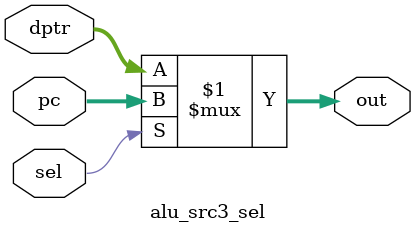
<source format=v>

module alu_src3_sel (sel, pc, dptr, out);
//
// sel          select signals (from decoder, delayd one clock)
// pc           program counter input
// dptr         data pointer input
// des          output (alu sorce 2)

input sel;
input [7:0] pc, dptr;
output [7:0] out;

assign out = sel ? pc : dptr;

endmodule

</source>
